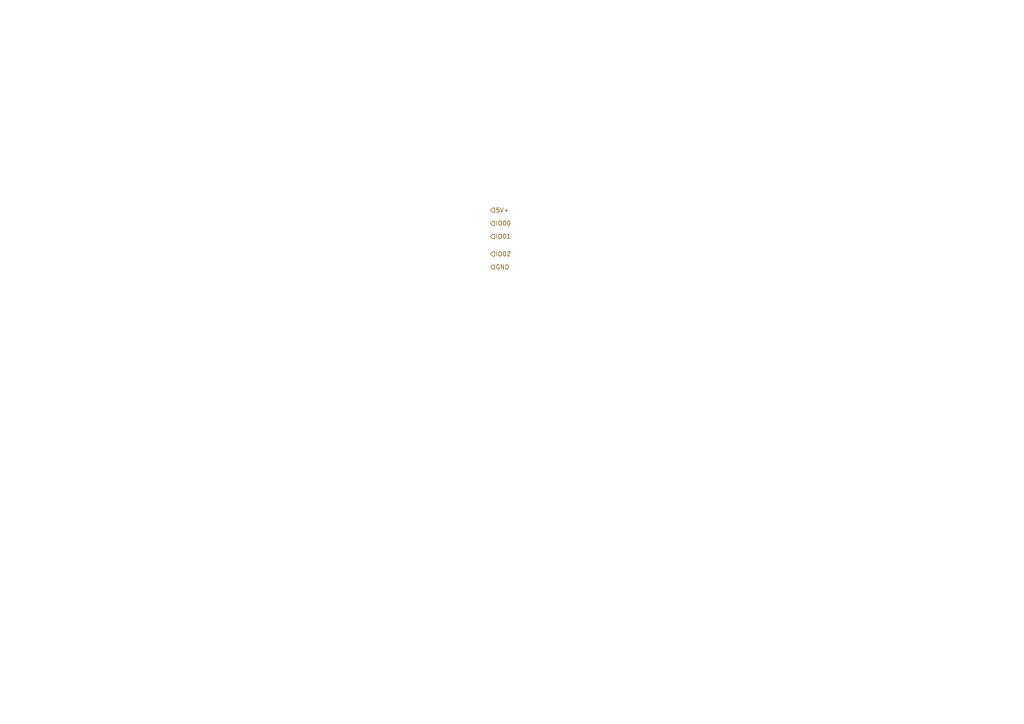
<source format=kicad_sch>
(kicad_sch (version 20230121) (generator eeschema)
  (paper "A4")
  (lib_symbols)
  (hierarchical_label "5V+" (shape input) (at 142.24 60.96 0))
  (hierarchical_label "IO00" (shape input) (at 142.24 64.77 0))
  (hierarchical_label "IO02" (shape input) (at 142.24 73.66 0))
  (hierarchical_label "GND" (shape input) (at 142.24 77.47 0))
  (hierarchical_label "IO01" (shape input) (at 142.24 68.58 0))
)
</source>
